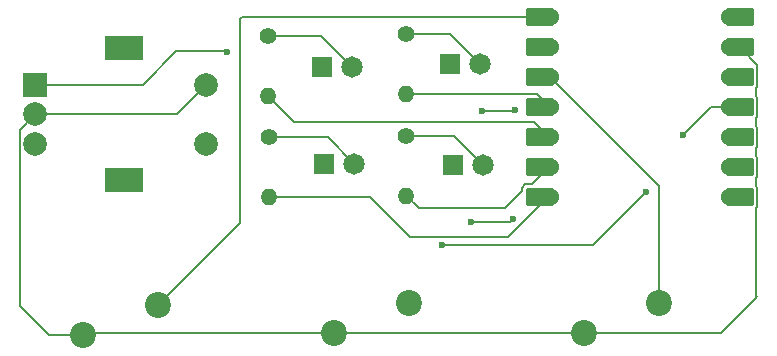
<source format=gbr>
%TF.GenerationSoftware,KiCad,Pcbnew,8.99.0-3419-gcbbcb5ae32*%
%TF.CreationDate,2025-07-01T05:37:35+08:00*%
%TF.ProjectId,pinder,70696e64-6572-42e6-9b69-6361645f7063,rev?*%
%TF.SameCoordinates,Original*%
%TF.FileFunction,Copper,L1,Top*%
%TF.FilePolarity,Positive*%
%FSLAX46Y46*%
G04 Gerber Fmt 4.6, Leading zero omitted, Abs format (unit mm)*
G04 Created by KiCad (PCBNEW 8.99.0-3419-gcbbcb5ae32) date 2025-07-01 05:37:35*
%MOMM*%
%LPD*%
G01*
G04 APERTURE LIST*
G04 Aperture macros list*
%AMRoundRect*
0 Rectangle with rounded corners*
0 $1 Rounding radius*
0 $2 $3 $4 $5 $6 $7 $8 $9 X,Y pos of 4 corners*
0 Add a 4 corners polygon primitive as box body*
4,1,4,$2,$3,$4,$5,$6,$7,$8,$9,$2,$3,0*
0 Add four circle primitives for the rounded corners*
1,1,$1+$1,$2,$3*
1,1,$1+$1,$4,$5*
1,1,$1+$1,$6,$7*
1,1,$1+$1,$8,$9*
0 Add four rect primitives between the rounded corners*
20,1,$1+$1,$2,$3,$4,$5,0*
20,1,$1+$1,$4,$5,$6,$7,0*
20,1,$1+$1,$6,$7,$8,$9,0*
20,1,$1+$1,$8,$9,$2,$3,0*%
G04 Aperture macros list end*
%TA.AperFunction,ComponentPad*%
%ADD10C,1.400000*%
%TD*%
%TA.AperFunction,ComponentPad*%
%ADD11O,1.400000X1.400000*%
%TD*%
%TA.AperFunction,ComponentPad*%
%ADD12C,1.815000*%
%TD*%
%TA.AperFunction,ComponentPad*%
%ADD13R,1.815000X1.815000*%
%TD*%
%TA.AperFunction,ComponentPad*%
%ADD14C,2.200000*%
%TD*%
%TA.AperFunction,SMDPad,CuDef*%
%ADD15RoundRect,0.152400X1.063600X0.609600X-1.063600X0.609600X-1.063600X-0.609600X1.063600X-0.609600X0*%
%TD*%
%TA.AperFunction,ComponentPad*%
%ADD16C,1.524000*%
%TD*%
%TA.AperFunction,SMDPad,CuDef*%
%ADD17RoundRect,0.152400X-1.063600X-0.609600X1.063600X-0.609600X1.063600X0.609600X-1.063600X0.609600X0*%
%TD*%
%TA.AperFunction,ComponentPad*%
%ADD18R,2.000000X2.000000*%
%TD*%
%TA.AperFunction,ComponentPad*%
%ADD19C,2.000000*%
%TD*%
%TA.AperFunction,ComponentPad*%
%ADD20R,3.200000X2.000000*%
%TD*%
%TA.AperFunction,ViaPad*%
%ADD21C,0.600000*%
%TD*%
%TA.AperFunction,Conductor*%
%ADD22C,0.200000*%
%TD*%
G04 APERTURE END LIST*
D10*
%TO.P,R2,1*%
%TO.N,Net-(D2-PadA)*%
X118580000Y-55935000D03*
D11*
%TO.P,R2,2*%
%TO.N,LED2*%
X118580000Y-61015000D03*
%TD*%
D12*
%TO.P,D1,A*%
%TO.N,Net-(D1-PadA)*%
X136500000Y-58300000D03*
D13*
%TO.P,D1,C*%
%TO.N,unconnected-(D1-PadC)*%
X133960000Y-58300000D03*
%TD*%
D10*
%TO.P,R1,1*%
%TO.N,Net-(D1-PadA)*%
X130230000Y-55760000D03*
D11*
%TO.P,R1,2*%
%TO.N,LED1*%
X130230000Y-60840000D03*
%TD*%
D14*
%TO.P,SW3,1,1*%
%TO.N,button3*%
X151620000Y-78540000D03*
%TO.P,SW3,2,2*%
%TO.N,GND*%
X145270000Y-81080000D03*
%TD*%
D10*
%TO.P,R4,1*%
%TO.N,Net-(D4-PadA)*%
X118615000Y-64450000D03*
D11*
%TO.P,R4,2*%
%TO.N,LED4*%
X118615000Y-69530000D03*
%TD*%
D14*
%TO.P,SW2,1,1*%
%TO.N,button2*%
X130480000Y-78540000D03*
%TO.P,SW2,2,2*%
%TO.N,GND*%
X124130000Y-81080000D03*
%TD*%
D10*
%TO.P,R3,1*%
%TO.N,Net-(D3-PadA)*%
X130265000Y-64350000D03*
D11*
%TO.P,R3,2*%
%TO.N,LED3*%
X130265000Y-69430000D03*
%TD*%
D12*
%TO.P,D3,A*%
%TO.N,Net-(D3-PadA)*%
X136765000Y-66800000D03*
D13*
%TO.P,D3,C*%
%TO.N,unconnected-(D3-PadC)*%
X134225000Y-66800000D03*
%TD*%
D15*
%TO.P,U1,1,GPIO26/ADC0/A0*%
%TO.N,button1*%
X141560600Y-54291200D03*
D16*
X142395600Y-54291200D03*
D15*
%TO.P,U1,2,GPIO27/ADC1/A1*%
%TO.N,button2*%
X141560600Y-56831200D03*
D16*
X142395600Y-56831200D03*
D15*
%TO.P,U1,3,GPIO28/ADC2/A2*%
%TO.N,button3*%
X141560600Y-59371200D03*
D16*
X142395600Y-59371200D03*
D15*
%TO.P,U1,4,GPIO29/ADC3/A3*%
%TO.N,LED1*%
X141560600Y-61911200D03*
D16*
X142395600Y-61911200D03*
D15*
%TO.P,U1,5,GPIO6/SDA*%
%TO.N,LED2*%
X141560600Y-64451200D03*
D16*
X142395600Y-64451200D03*
D15*
%TO.P,U1,6,GPIO7/SCL*%
%TO.N,LED3*%
X141560600Y-66991200D03*
D16*
X142395600Y-66991200D03*
D15*
%TO.P,U1,7,GPIO0/TX*%
%TO.N,LED4*%
X141560600Y-69531200D03*
D16*
X142395600Y-69531200D03*
%TO.P,U1,8,GPIO1/RX*%
%TO.N,unconnected-(U1-GPIO1{slash}RX-Pad8)*%
X157635600Y-69531200D03*
D17*
X158470600Y-69531200D03*
D16*
%TO.P,U1,9,GPIO2/SCK*%
%TO.N,Net-(U1-GPIO2{slash}SCK)*%
X157635600Y-66991200D03*
D17*
X158470600Y-66991200D03*
D16*
%TO.P,U1,10,GPIO4/MISO*%
%TO.N,Net-(U1-GPIO4{slash}MISO)*%
X157635600Y-64451200D03*
D17*
X158470600Y-64451200D03*
D16*
%TO.P,U1,11,GPIO3/MOSI*%
%TO.N,Net-(U1-GPIO3{slash}MOSI)*%
X157635600Y-61911200D03*
D17*
X158470600Y-61911200D03*
D16*
%TO.P,U1,12,3V3*%
%TO.N,unconnected-(U1-3V3-Pad12)*%
X157635600Y-59371200D03*
D17*
X158470600Y-59371200D03*
D16*
%TO.P,U1,13,GND*%
%TO.N,GND*%
X157635600Y-56831200D03*
D17*
X158470600Y-56831200D03*
D16*
%TO.P,U1,14,VBUS*%
%TO.N,unconnected-(U1-VBUS-Pad14)*%
X157635600Y-54291200D03*
D17*
X158470600Y-54291200D03*
%TD*%
D14*
%TO.P,SW1,1,1*%
%TO.N,button1*%
X109224000Y-78630400D03*
%TO.P,SW1,2,2*%
%TO.N,GND*%
X102874000Y-81170400D03*
%TD*%
D12*
%TO.P,D2,A*%
%TO.N,Net-(D2-PadA)*%
X125650000Y-58525000D03*
D13*
%TO.P,D2,C*%
%TO.N,unconnected-(D2-PadC)*%
X123110000Y-58525000D03*
%TD*%
D18*
%TO.P,SW4,A,A*%
%TO.N,Net-(U1-GPIO4{slash}MISO)*%
X98825000Y-60025000D03*
D19*
%TO.P,SW4,B,B*%
%TO.N,Net-(U1-GPIO2{slash}SCK)*%
X98825000Y-65025000D03*
%TO.P,SW4,C,C*%
%TO.N,GND*%
X98825000Y-62525000D03*
D20*
%TO.P,SW4,MP*%
%TO.N,N/C*%
X106325000Y-56925000D03*
X106325000Y-68125000D03*
D19*
%TO.P,SW4,S1,S1*%
%TO.N,Net-(U1-GPIO3{slash}MOSI)*%
X113325000Y-65025000D03*
%TO.P,SW4,S2,S2*%
%TO.N,GND*%
X113325000Y-60025000D03*
%TD*%
D12*
%TO.P,D4,A*%
%TO.N,Net-(D4-PadA)*%
X125860000Y-66700000D03*
D13*
%TO.P,D4,C*%
%TO.N,unconnected-(D4-PadC)*%
X123320000Y-66700000D03*
%TD*%
D21*
%TO.N,Net-(U1-GPIO4{slash}MISO)*%
X136700000Y-62275000D03*
X115050000Y-57225000D03*
X139475000Y-62150000D03*
%TO.N,Net-(U1-GPIO2{slash}SCK)*%
X150575000Y-69075000D03*
X133250000Y-73550000D03*
%TO.N,Net-(U1-GPIO3{slash}MOSI)*%
X139250000Y-71425000D03*
X153675000Y-64275000D03*
X135775000Y-71625000D03*
%TD*%
D22*
%TO.N,Net-(D1-PadA)*%
X133960000Y-55760000D02*
X136500000Y-58300000D01*
X130230000Y-55760000D02*
X133960000Y-55760000D01*
%TO.N,Net-(D2-PadA)*%
X118580000Y-55935000D02*
X123060000Y-55935000D01*
X123060000Y-55935000D02*
X125650000Y-58525000D01*
%TO.N,Net-(D3-PadA)*%
X134315000Y-64350000D02*
X136765000Y-66800000D01*
X130265000Y-64350000D02*
X134315000Y-64350000D01*
%TO.N,LED1*%
X141324400Y-60840000D02*
X142395600Y-61911200D01*
X130230000Y-60840000D02*
X141324400Y-60840000D01*
%TO.N,LED2*%
X141094400Y-63150000D02*
X142395600Y-64451200D01*
X118580000Y-61015000D02*
X120715000Y-63150000D01*
X120715000Y-63150000D02*
X141094400Y-63150000D01*
%TO.N,LED3*%
X138600000Y-70500000D02*
X140043600Y-69056400D01*
X140304974Y-68468200D02*
X140918600Y-68468200D01*
X131335000Y-70500000D02*
X138600000Y-70500000D01*
X140918600Y-68468200D02*
X142395600Y-66991200D01*
X130265000Y-69430000D02*
X131335000Y-70500000D01*
X140043600Y-69056400D02*
X140043600Y-68729574D01*
X140043600Y-68729574D02*
X140304974Y-68468200D01*
%TO.N,GND*%
X145270000Y-81080000D02*
X102964400Y-81080000D01*
X159875000Y-67905426D02*
X159987600Y-67792826D01*
X159875000Y-63536974D02*
X159875000Y-62825426D01*
X159987600Y-65252826D02*
X159987600Y-63649574D01*
X159987600Y-66189574D02*
X159875000Y-66076974D01*
X102874000Y-81170400D02*
X99995400Y-81170400D01*
X110825000Y-62525000D02*
X113325000Y-60025000D01*
X159987600Y-70332826D02*
X159987600Y-68729574D01*
X97575000Y-78750000D02*
X97575000Y-65614892D01*
X159987600Y-58348200D02*
X158470600Y-56831200D01*
X102964400Y-81080000D02*
X102874000Y-81170400D01*
X145270000Y-81080000D02*
X156895000Y-81080000D01*
X97524000Y-65563892D02*
X97524000Y-63826000D01*
X98825000Y-62525000D02*
X110825000Y-62525000D01*
X159987600Y-60172826D02*
X159987600Y-58348200D01*
X159987600Y-61109574D02*
X159875000Y-60996974D01*
X99995400Y-81170400D02*
X97575000Y-78750000D01*
X97524000Y-63826000D02*
X98825000Y-62525000D01*
X159950000Y-78025000D02*
X159875000Y-77950000D01*
X159987600Y-62712826D02*
X159987600Y-61109574D01*
X159987600Y-68729574D02*
X159875000Y-68616974D01*
X159875000Y-77950000D02*
X159875000Y-70445426D01*
X159875000Y-66076974D02*
X159875000Y-65365426D01*
X159875000Y-65365426D02*
X159987600Y-65252826D01*
X159875000Y-60996974D02*
X159875000Y-60285426D01*
X159875000Y-70445426D02*
X159987600Y-70332826D01*
X159875000Y-62825426D02*
X159987600Y-62712826D01*
X156895000Y-81080000D02*
X159950000Y-78025000D01*
X159875000Y-68616974D02*
X159875000Y-67905426D01*
X159987600Y-63649574D02*
X159875000Y-63536974D01*
X159875000Y-60285426D02*
X159987600Y-60172826D01*
X159987600Y-67792826D02*
X159987600Y-66189574D01*
X97575000Y-65614892D02*
X97524000Y-65563892D01*
%TO.N,button1*%
X142395600Y-54291200D02*
X116333800Y-54291200D01*
X116333800Y-54291200D02*
X116150000Y-54475000D01*
X116150000Y-54475000D02*
X116150000Y-71704400D01*
X116150000Y-71704400D02*
X109224000Y-78630400D01*
%TO.N,button3*%
X151620000Y-78540000D02*
X151620000Y-68595600D01*
X151620000Y-68595600D02*
X142395600Y-59371200D01*
%TO.N,Net-(D4-PadA)*%
X118615000Y-64450000D02*
X123610000Y-64450000D01*
X123610000Y-64450000D02*
X125860000Y-66700000D01*
%TO.N,LED4*%
X127180000Y-69530000D02*
X130575000Y-72925000D01*
X138850000Y-72925000D02*
X142243800Y-69531200D01*
X130575000Y-72925000D02*
X138850000Y-72925000D01*
X118615000Y-69530000D02*
X127180000Y-69530000D01*
X142243800Y-69531200D02*
X142395600Y-69531200D01*
%TO.N,Net-(U1-GPIO4{slash}MISO)*%
X98825000Y-60025000D02*
X107925000Y-60025000D01*
X107925000Y-60025000D02*
X110800000Y-57150000D01*
X136700000Y-62275000D02*
X139350000Y-62275000D01*
X114975000Y-57150000D02*
X115050000Y-57225000D01*
X139350000Y-62275000D02*
X139475000Y-62150000D01*
X110800000Y-57150000D02*
X114975000Y-57150000D01*
%TO.N,Net-(U1-GPIO2{slash}SCK)*%
X146100000Y-73550000D02*
X150575000Y-69075000D01*
X133250000Y-73550000D02*
X146100000Y-73550000D01*
%TO.N,Net-(U1-GPIO3{slash}MOSI)*%
X153675000Y-64275000D02*
X156038800Y-61911200D01*
X135775000Y-71625000D02*
X139050000Y-71625000D01*
X156038800Y-61911200D02*
X157635600Y-61911200D01*
X139050000Y-71625000D02*
X139250000Y-71425000D01*
%TD*%
M02*

</source>
